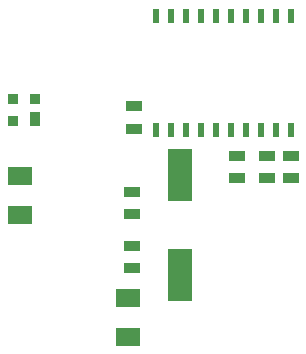
<source format=gbr>
G04 #@! TF.GenerationSoftware,KiCad,Pcbnew,5.0.2-bee76a0~70~ubuntu18.04.1*
G04 #@! TF.CreationDate,2019-03-07T20:11:12+01:00*
G04 #@! TF.ProjectId,bus-module_attiny1634,6275732d-6d6f-4647-956c-655f61747469,C*
G04 #@! TF.SameCoordinates,Original*
G04 #@! TF.FileFunction,Paste,Top*
G04 #@! TF.FilePolarity,Positive*
%FSLAX46Y46*%
G04 Gerber Fmt 4.6, Leading zero omitted, Abs format (unit mm)*
G04 Created by KiCad (PCBNEW 5.0.2-bee76a0~70~ubuntu18.04.1) date Do 07 Mär 2019 20:11:12 CET*
%MOMM*%
%LPD*%
G01*
G04 APERTURE LIST*
%ADD10R,0.508000X1.270000*%
%ADD11C,0.850000*%
%ADD12C,0.100000*%
%ADD13R,0.850000X0.850000*%
%ADD14R,0.850000X1.200000*%
%ADD15R,1.998980X4.500880*%
%ADD16R,1.397000X0.889000*%
%ADD17R,2.032000X1.524000*%
G04 APERTURE END LIST*
D10*
G04 #@! TO.C,U3*
X94480000Y-89289000D03*
X95750000Y-89289000D03*
X97020000Y-89289000D03*
X98290000Y-89289000D03*
X99560000Y-89289000D03*
X100830000Y-89289000D03*
X102100000Y-89289000D03*
X103370000Y-89289000D03*
X104640000Y-89289000D03*
X105910000Y-89289000D03*
X105910000Y-98941000D03*
X104640000Y-98941000D03*
X103370000Y-98941000D03*
X102100000Y-98941000D03*
X100830000Y-98941000D03*
X99560000Y-98941000D03*
X98290000Y-98941000D03*
X97020000Y-98941000D03*
X95750000Y-98941000D03*
X94480000Y-98941000D03*
G04 #@! TD*
D11*
G04 #@! TO.C,D2*
X82354000Y-98240000D03*
D12*
G36*
X82779000Y-98665000D02*
X81929000Y-98665000D01*
X81929000Y-97815000D01*
X82779000Y-97815000D01*
X82779000Y-98665000D01*
X82779000Y-98665000D01*
G37*
D13*
X82354000Y-96340000D03*
X84254000Y-96340000D03*
D14*
X84254000Y-98059620D03*
G04 #@! TD*
D15*
G04 #@! TO.C,U1*
X96512000Y-111260000D03*
X96512000Y-102761160D03*
G04 #@! TD*
D16*
G04 #@! TO.C,R2*
X105910000Y-103068500D03*
X105910000Y-101163500D03*
G04 #@! TD*
G04 #@! TO.C,R3*
X103878000Y-103068500D03*
X103878000Y-101163500D03*
G04 #@! TD*
G04 #@! TO.C,R4*
X101338000Y-103068500D03*
X101338000Y-101163500D03*
G04 #@! TD*
G04 #@! TO.C,C5*
X92575000Y-96972500D03*
X92575000Y-98877500D03*
G04 #@! TD*
G04 #@! TO.C,C2*
X92448000Y-106116500D03*
X92448000Y-104211500D03*
G04 #@! TD*
G04 #@! TO.C,C3*
X92448000Y-108783500D03*
X92448000Y-110688500D03*
G04 #@! TD*
D17*
G04 #@! TO.C,C6*
X92067000Y-113165000D03*
X92067000Y-116467000D03*
G04 #@! TD*
G04 #@! TO.C,F1*
X82923000Y-102878000D03*
X82923000Y-106180000D03*
G04 #@! TD*
M02*

</source>
